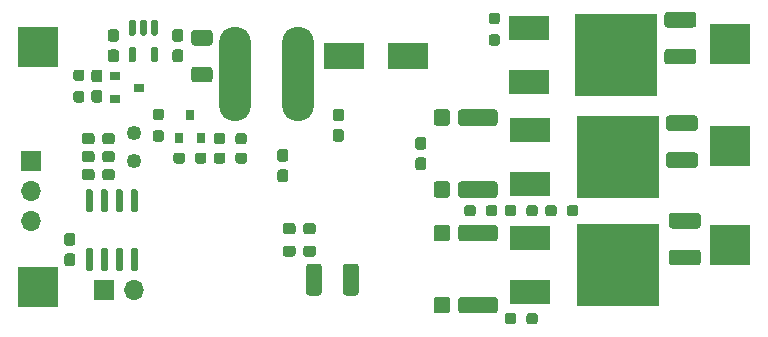
<source format=gbs>
G04 #@! TF.GenerationSoftware,KiCad,Pcbnew,5.1.10-1.fc32*
G04 #@! TF.CreationDate,2021-08-09T17:43:32+02:00*
G04 #@! TF.ProjectId,esc_brushless,6573635f-6272-4757-9368-6c6573732e6b,rev?*
G04 #@! TF.SameCoordinates,Original*
G04 #@! TF.FileFunction,Soldermask,Bot*
G04 #@! TF.FilePolarity,Negative*
%FSLAX46Y46*%
G04 Gerber Fmt 4.6, Leading zero omitted, Abs format (unit mm)*
G04 Created by KiCad (PCBNEW 5.1.10-1.fc32) date 2021-08-09 17:43:32*
%MOMM*%
%LPD*%
G01*
G04 APERTURE LIST*
%ADD10R,3.500000X2.300000*%
%ADD11R,3.400000X3.400000*%
%ADD12R,1.700000X1.700000*%
%ADD13O,1.700000X1.700000*%
%ADD14O,2.700000X8.000000*%
%ADD15R,7.000000X7.000000*%
%ADD16R,3.500000X2.000000*%
%ADD17R,0.800000X0.900000*%
%ADD18R,0.900000X0.800000*%
%ADD19O,1.250000X1.250000*%
G04 APERTURE END LIST*
G36*
G01*
X224425500Y-103502000D02*
X224900500Y-103502000D01*
G75*
G02*
X225138000Y-103739500I0J-237500D01*
G01*
X225138000Y-104339500D01*
G75*
G02*
X224900500Y-104577000I-237500J0D01*
G01*
X224425500Y-104577000D01*
G75*
G02*
X224188000Y-104339500I0J237500D01*
G01*
X224188000Y-103739500D01*
G75*
G02*
X224425500Y-103502000I237500J0D01*
G01*
G37*
G36*
G01*
X224425500Y-105227000D02*
X224900500Y-105227000D01*
G75*
G02*
X225138000Y-105464500I0J-237500D01*
G01*
X225138000Y-106064500D01*
G75*
G02*
X224900500Y-106302000I-237500J0D01*
G01*
X224425500Y-106302000D01*
G75*
G02*
X224188000Y-106064500I0J237500D01*
G01*
X224188000Y-105464500D01*
G75*
G02*
X224425500Y-105227000I237500J0D01*
G01*
G37*
G36*
G01*
X248115002Y-111241000D02*
X245914998Y-111241000D01*
G75*
G02*
X245665000Y-110991002I0J249998D01*
G01*
X245665000Y-110165998D01*
G75*
G02*
X245914998Y-109916000I249998J0D01*
G01*
X248115002Y-109916000D01*
G75*
G02*
X248365000Y-110165998I0J-249998D01*
G01*
X248365000Y-110991002D01*
G75*
G02*
X248115002Y-111241000I-249998J0D01*
G01*
G37*
G36*
G01*
X248115002Y-114366000D02*
X245914998Y-114366000D01*
G75*
G02*
X245665000Y-114116002I0J249998D01*
G01*
X245665000Y-113290998D01*
G75*
G02*
X245914998Y-113041000I249998J0D01*
G01*
X248115002Y-113041000D01*
G75*
G02*
X248365000Y-113290998I0J-249998D01*
G01*
X248365000Y-114116002D01*
G75*
G02*
X248115002Y-114366000I-249998J0D01*
G01*
G37*
G36*
G01*
X247861002Y-106111000D02*
X245660998Y-106111000D01*
G75*
G02*
X245411000Y-105861002I0J249998D01*
G01*
X245411000Y-105035998D01*
G75*
G02*
X245660998Y-104786000I249998J0D01*
G01*
X247861002Y-104786000D01*
G75*
G02*
X248111000Y-105035998I0J-249998D01*
G01*
X248111000Y-105861002D01*
G75*
G02*
X247861002Y-106111000I-249998J0D01*
G01*
G37*
G36*
G01*
X247861002Y-102986000D02*
X245660998Y-102986000D01*
G75*
G02*
X245411000Y-102736002I0J249998D01*
G01*
X245411000Y-101910998D01*
G75*
G02*
X245660998Y-101661000I249998J0D01*
G01*
X247861002Y-101661000D01*
G75*
G02*
X248111000Y-101910998I0J-249998D01*
G01*
X248111000Y-102736002D01*
G75*
G02*
X247861002Y-102986000I-249998J0D01*
G01*
G37*
G36*
G01*
X247734002Y-94223000D02*
X245533998Y-94223000D01*
G75*
G02*
X245284000Y-93973002I0J249998D01*
G01*
X245284000Y-93147998D01*
G75*
G02*
X245533998Y-92898000I249998J0D01*
G01*
X247734002Y-92898000D01*
G75*
G02*
X247984000Y-93147998I0J-249998D01*
G01*
X247984000Y-93973002D01*
G75*
G02*
X247734002Y-94223000I-249998J0D01*
G01*
G37*
G36*
G01*
X247734002Y-97348000D02*
X245533998Y-97348000D01*
G75*
G02*
X245284000Y-97098002I0J249998D01*
G01*
X245284000Y-96272998D01*
G75*
G02*
X245533998Y-96023000I249998J0D01*
G01*
X247734002Y-96023000D01*
G75*
G02*
X247984000Y-96272998I0J-249998D01*
G01*
X247984000Y-97098002D01*
G75*
G02*
X247734002Y-97348000I-249998J0D01*
G01*
G37*
G36*
G01*
X219395000Y-114469998D02*
X219395000Y-116670002D01*
G75*
G02*
X219145002Y-116920000I-249998J0D01*
G01*
X218319998Y-116920000D01*
G75*
G02*
X218070000Y-116670002I0J249998D01*
G01*
X218070000Y-114469998D01*
G75*
G02*
X218319998Y-114220000I249998J0D01*
G01*
X219145002Y-114220000D01*
G75*
G02*
X219395000Y-114469998I0J-249998D01*
G01*
G37*
G36*
G01*
X216270000Y-114469998D02*
X216270000Y-116670002D01*
G75*
G02*
X216020002Y-116920000I-249998J0D01*
G01*
X215194998Y-116920000D01*
G75*
G02*
X214945000Y-116670002I0J249998D01*
G01*
X214945000Y-114469998D01*
G75*
G02*
X215194998Y-114220000I249998J0D01*
G01*
X216020002Y-114220000D01*
G75*
G02*
X216270000Y-114469998I0J-249998D01*
G01*
G37*
G36*
G01*
X215776000Y-111014500D02*
X215776000Y-111489500D01*
G75*
G02*
X215538500Y-111727000I-237500J0D01*
G01*
X214938500Y-111727000D01*
G75*
G02*
X214701000Y-111489500I0J237500D01*
G01*
X214701000Y-111014500D01*
G75*
G02*
X214938500Y-110777000I237500J0D01*
G01*
X215538500Y-110777000D01*
G75*
G02*
X215776000Y-111014500I0J-237500D01*
G01*
G37*
G36*
G01*
X214051000Y-111014500D02*
X214051000Y-111489500D01*
G75*
G02*
X213813500Y-111727000I-237500J0D01*
G01*
X213213500Y-111727000D01*
G75*
G02*
X212976000Y-111489500I0J237500D01*
G01*
X212976000Y-111014500D01*
G75*
G02*
X213213500Y-110777000I237500J0D01*
G01*
X213813500Y-110777000D01*
G75*
G02*
X214051000Y-111014500I0J-237500D01*
G01*
G37*
G36*
G01*
X215776000Y-112919500D02*
X215776000Y-113394500D01*
G75*
G02*
X215538500Y-113632000I-237500J0D01*
G01*
X214938500Y-113632000D01*
G75*
G02*
X214701000Y-113394500I0J237500D01*
G01*
X214701000Y-112919500D01*
G75*
G02*
X214938500Y-112682000I237500J0D01*
G01*
X215538500Y-112682000D01*
G75*
G02*
X215776000Y-112919500I0J-237500D01*
G01*
G37*
G36*
G01*
X214051000Y-112919500D02*
X214051000Y-113394500D01*
G75*
G02*
X213813500Y-113632000I-237500J0D01*
G01*
X213213500Y-113632000D01*
G75*
G02*
X212976000Y-113394500I0J237500D01*
G01*
X212976000Y-112919500D01*
G75*
G02*
X213213500Y-112682000I237500J0D01*
G01*
X213813500Y-112682000D01*
G75*
G02*
X214051000Y-112919500I0J-237500D01*
G01*
G37*
G36*
G01*
X217915500Y-103889000D02*
X217440500Y-103889000D01*
G75*
G02*
X217203000Y-103651500I0J237500D01*
G01*
X217203000Y-103051500D01*
G75*
G02*
X217440500Y-102814000I237500J0D01*
G01*
X217915500Y-102814000D01*
G75*
G02*
X218153000Y-103051500I0J-237500D01*
G01*
X218153000Y-103651500D01*
G75*
G02*
X217915500Y-103889000I-237500J0D01*
G01*
G37*
G36*
G01*
X217915500Y-102164000D02*
X217440500Y-102164000D01*
G75*
G02*
X217203000Y-101926500I0J237500D01*
G01*
X217203000Y-101326500D01*
G75*
G02*
X217440500Y-101089000I237500J0D01*
G01*
X217915500Y-101089000D01*
G75*
G02*
X218153000Y-101326500I0J-237500D01*
G01*
X218153000Y-101926500D01*
G75*
G02*
X217915500Y-102164000I-237500J0D01*
G01*
G37*
G36*
G01*
X212741500Y-106243000D02*
X213216500Y-106243000D01*
G75*
G02*
X213454000Y-106480500I0J-237500D01*
G01*
X213454000Y-107080500D01*
G75*
G02*
X213216500Y-107318000I-237500J0D01*
G01*
X212741500Y-107318000D01*
G75*
G02*
X212504000Y-107080500I0J237500D01*
G01*
X212504000Y-106480500D01*
G75*
G02*
X212741500Y-106243000I237500J0D01*
G01*
G37*
G36*
G01*
X212741500Y-104518000D02*
X213216500Y-104518000D01*
G75*
G02*
X213454000Y-104755500I0J-237500D01*
G01*
X213454000Y-105355500D01*
G75*
G02*
X213216500Y-105593000I-237500J0D01*
G01*
X212741500Y-105593000D01*
G75*
G02*
X212504000Y-105355500I0J237500D01*
G01*
X212504000Y-104755500D01*
G75*
G02*
X212741500Y-104518000I237500J0D01*
G01*
G37*
G36*
G01*
X206771002Y-98872000D02*
X205470998Y-98872000D01*
G75*
G02*
X205221000Y-98622002I0J249998D01*
G01*
X205221000Y-97796998D01*
G75*
G02*
X205470998Y-97547000I249998J0D01*
G01*
X206771002Y-97547000D01*
G75*
G02*
X207021000Y-97796998I0J-249998D01*
G01*
X207021000Y-98622002D01*
G75*
G02*
X206771002Y-98872000I-249998J0D01*
G01*
G37*
G36*
G01*
X206771002Y-95747000D02*
X205470998Y-95747000D01*
G75*
G02*
X205221000Y-95497002I0J249998D01*
G01*
X205221000Y-94671998D01*
G75*
G02*
X205470998Y-94422000I249998J0D01*
G01*
X206771002Y-94422000D01*
G75*
G02*
X207021000Y-94671998I0J-249998D01*
G01*
X207021000Y-95497002D01*
G75*
G02*
X206771002Y-95747000I-249998J0D01*
G01*
G37*
G36*
G01*
X197683000Y-103869500D02*
X197683000Y-103394500D01*
G75*
G02*
X197920500Y-103157000I237500J0D01*
G01*
X198520500Y-103157000D01*
G75*
G02*
X198758000Y-103394500I0J-237500D01*
G01*
X198758000Y-103869500D01*
G75*
G02*
X198520500Y-104107000I-237500J0D01*
G01*
X197920500Y-104107000D01*
G75*
G02*
X197683000Y-103869500I0J237500D01*
G01*
G37*
G36*
G01*
X195958000Y-103869500D02*
X195958000Y-103394500D01*
G75*
G02*
X196195500Y-103157000I237500J0D01*
G01*
X196795500Y-103157000D01*
G75*
G02*
X197033000Y-103394500I0J-237500D01*
G01*
X197033000Y-103869500D01*
G75*
G02*
X196795500Y-104107000I-237500J0D01*
G01*
X196195500Y-104107000D01*
G75*
G02*
X195958000Y-103869500I0J237500D01*
G01*
G37*
G36*
G01*
X195958000Y-106917500D02*
X195958000Y-106442500D01*
G75*
G02*
X196195500Y-106205000I237500J0D01*
G01*
X196795500Y-106205000D01*
G75*
G02*
X197033000Y-106442500I0J-237500D01*
G01*
X197033000Y-106917500D01*
G75*
G02*
X196795500Y-107155000I-237500J0D01*
G01*
X196195500Y-107155000D01*
G75*
G02*
X195958000Y-106917500I0J237500D01*
G01*
G37*
G36*
G01*
X197683000Y-106917500D02*
X197683000Y-106442500D01*
G75*
G02*
X197920500Y-106205000I237500J0D01*
G01*
X198520500Y-106205000D01*
G75*
G02*
X198758000Y-106442500I0J-237500D01*
G01*
X198758000Y-106917500D01*
G75*
G02*
X198520500Y-107155000I-237500J0D01*
G01*
X197920500Y-107155000D01*
G75*
G02*
X197683000Y-106917500I0J237500D01*
G01*
G37*
G36*
G01*
X197683000Y-105393500D02*
X197683000Y-104918500D01*
G75*
G02*
X197920500Y-104681000I237500J0D01*
G01*
X198520500Y-104681000D01*
G75*
G02*
X198758000Y-104918500I0J-237500D01*
G01*
X198758000Y-105393500D01*
G75*
G02*
X198520500Y-105631000I-237500J0D01*
G01*
X197920500Y-105631000D01*
G75*
G02*
X197683000Y-105393500I0J237500D01*
G01*
G37*
G36*
G01*
X195958000Y-105393500D02*
X195958000Y-104918500D01*
G75*
G02*
X196195500Y-104681000I237500J0D01*
G01*
X196795500Y-104681000D01*
G75*
G02*
X197033000Y-104918500I0J-237500D01*
G01*
X197033000Y-105393500D01*
G75*
G02*
X196795500Y-105631000I-237500J0D01*
G01*
X196195500Y-105631000D01*
G75*
G02*
X195958000Y-105393500I0J237500D01*
G01*
G37*
G36*
G01*
X196993500Y-99512000D02*
X197468500Y-99512000D01*
G75*
G02*
X197706000Y-99749500I0J-237500D01*
G01*
X197706000Y-100349500D01*
G75*
G02*
X197468500Y-100587000I-237500J0D01*
G01*
X196993500Y-100587000D01*
G75*
G02*
X196756000Y-100349500I0J237500D01*
G01*
X196756000Y-99749500D01*
G75*
G02*
X196993500Y-99512000I237500J0D01*
G01*
G37*
G36*
G01*
X196993500Y-97787000D02*
X197468500Y-97787000D01*
G75*
G02*
X197706000Y-98024500I0J-237500D01*
G01*
X197706000Y-98624500D01*
G75*
G02*
X197468500Y-98862000I-237500J0D01*
G01*
X196993500Y-98862000D01*
G75*
G02*
X196756000Y-98624500I0J237500D01*
G01*
X196756000Y-98024500D01*
G75*
G02*
X196993500Y-97787000I237500J0D01*
G01*
G37*
G36*
G01*
X204326500Y-95433000D02*
X203851500Y-95433000D01*
G75*
G02*
X203614000Y-95195500I0J237500D01*
G01*
X203614000Y-94595500D01*
G75*
G02*
X203851500Y-94358000I237500J0D01*
G01*
X204326500Y-94358000D01*
G75*
G02*
X204564000Y-94595500I0J-237500D01*
G01*
X204564000Y-95195500D01*
G75*
G02*
X204326500Y-95433000I-237500J0D01*
G01*
G37*
G36*
G01*
X204326500Y-97158000D02*
X203851500Y-97158000D01*
G75*
G02*
X203614000Y-96920500I0J237500D01*
G01*
X203614000Y-96320500D01*
G75*
G02*
X203851500Y-96083000I237500J0D01*
G01*
X204326500Y-96083000D01*
G75*
G02*
X204564000Y-96320500I0J-237500D01*
G01*
X204564000Y-96920500D01*
G75*
G02*
X204326500Y-97158000I-237500J0D01*
G01*
G37*
G36*
G01*
X198865500Y-97158000D02*
X198390500Y-97158000D01*
G75*
G02*
X198153000Y-96920500I0J237500D01*
G01*
X198153000Y-96320500D01*
G75*
G02*
X198390500Y-96083000I237500J0D01*
G01*
X198865500Y-96083000D01*
G75*
G02*
X199103000Y-96320500I0J-237500D01*
G01*
X199103000Y-96920500D01*
G75*
G02*
X198865500Y-97158000I-237500J0D01*
G01*
G37*
G36*
G01*
X198865500Y-95433000D02*
X198390500Y-95433000D01*
G75*
G02*
X198153000Y-95195500I0J237500D01*
G01*
X198153000Y-94595500D01*
G75*
G02*
X198390500Y-94358000I237500J0D01*
G01*
X198865500Y-94358000D01*
G75*
G02*
X199103000Y-94595500I0J-237500D01*
G01*
X199103000Y-95195500D01*
G75*
G02*
X198865500Y-95433000I-237500J0D01*
G01*
G37*
G36*
G01*
X195182500Y-112705000D02*
X194707500Y-112705000D01*
G75*
G02*
X194470000Y-112467500I0J237500D01*
G01*
X194470000Y-111867500D01*
G75*
G02*
X194707500Y-111630000I237500J0D01*
G01*
X195182500Y-111630000D01*
G75*
G02*
X195420000Y-111867500I0J-237500D01*
G01*
X195420000Y-112467500D01*
G75*
G02*
X195182500Y-112705000I-237500J0D01*
G01*
G37*
G36*
G01*
X195182500Y-114430000D02*
X194707500Y-114430000D01*
G75*
G02*
X194470000Y-114192500I0J237500D01*
G01*
X194470000Y-113592500D01*
G75*
G02*
X194707500Y-113355000I237500J0D01*
G01*
X195182500Y-113355000D01*
G75*
G02*
X195420000Y-113592500I0J-237500D01*
G01*
X195420000Y-114192500D01*
G75*
G02*
X195182500Y-114430000I-237500J0D01*
G01*
G37*
D10*
X218153000Y-96647000D03*
X223553000Y-96647000D03*
D11*
X192278000Y-95885000D03*
X192278000Y-116205000D03*
D12*
X191643000Y-105537000D03*
D13*
X191643000Y-108077000D03*
X191643000Y-110617000D03*
D12*
X197866000Y-116459000D03*
D13*
X200406000Y-116459000D03*
D11*
X250825000Y-112649000D03*
X250825000Y-104267000D03*
X250825000Y-95631000D03*
D14*
X214232000Y-98171000D03*
X208932000Y-98171000D03*
D15*
X241331000Y-114300000D03*
D16*
X233931000Y-112020000D03*
X233931000Y-116600000D03*
X233931000Y-107456000D03*
X233931000Y-102876000D03*
D15*
X241331000Y-105156000D03*
D16*
X233804000Y-98820000D03*
X233804000Y-94240000D03*
D15*
X241204000Y-96520000D03*
D17*
X206055000Y-103616000D03*
X204155000Y-103616000D03*
X205105000Y-101616000D03*
D18*
X200771000Y-99314000D03*
X198771000Y-98364000D03*
X198771000Y-100264000D03*
G36*
G01*
X231143000Y-109490500D02*
X231143000Y-109965500D01*
G75*
G02*
X230905500Y-110203000I-237500J0D01*
G01*
X230405500Y-110203000D01*
G75*
G02*
X230168000Y-109965500I0J237500D01*
G01*
X230168000Y-109490500D01*
G75*
G02*
X230405500Y-109253000I237500J0D01*
G01*
X230905500Y-109253000D01*
G75*
G02*
X231143000Y-109490500I0J-237500D01*
G01*
G37*
G36*
G01*
X229318000Y-109490500D02*
X229318000Y-109965500D01*
G75*
G02*
X229080500Y-110203000I-237500J0D01*
G01*
X228580500Y-110203000D01*
G75*
G02*
X228343000Y-109965500I0J237500D01*
G01*
X228343000Y-109490500D01*
G75*
G02*
X228580500Y-109253000I237500J0D01*
G01*
X229080500Y-109253000D01*
G75*
G02*
X229318000Y-109490500I0J-237500D01*
G01*
G37*
G36*
G01*
X233597000Y-109965500D02*
X233597000Y-109490500D01*
G75*
G02*
X233834500Y-109253000I237500J0D01*
G01*
X234334500Y-109253000D01*
G75*
G02*
X234572000Y-109490500I0J-237500D01*
G01*
X234572000Y-109965500D01*
G75*
G02*
X234334500Y-110203000I-237500J0D01*
G01*
X233834500Y-110203000D01*
G75*
G02*
X233597000Y-109965500I0J237500D01*
G01*
G37*
G36*
G01*
X231772000Y-109965500D02*
X231772000Y-109490500D01*
G75*
G02*
X232009500Y-109253000I237500J0D01*
G01*
X232509500Y-109253000D01*
G75*
G02*
X232747000Y-109490500I0J-237500D01*
G01*
X232747000Y-109965500D01*
G75*
G02*
X232509500Y-110203000I-237500J0D01*
G01*
X232009500Y-110203000D01*
G75*
G02*
X231772000Y-109965500I0J237500D01*
G01*
G37*
G36*
G01*
X234572000Y-118634500D02*
X234572000Y-119109500D01*
G75*
G02*
X234334500Y-119347000I-237500J0D01*
G01*
X233834500Y-119347000D01*
G75*
G02*
X233597000Y-119109500I0J237500D01*
G01*
X233597000Y-118634500D01*
G75*
G02*
X233834500Y-118397000I237500J0D01*
G01*
X234334500Y-118397000D01*
G75*
G02*
X234572000Y-118634500I0J-237500D01*
G01*
G37*
G36*
G01*
X232747000Y-118634500D02*
X232747000Y-119109500D01*
G75*
G02*
X232509500Y-119347000I-237500J0D01*
G01*
X232009500Y-119347000D01*
G75*
G02*
X231772000Y-119109500I0J237500D01*
G01*
X231772000Y-118634500D01*
G75*
G02*
X232009500Y-118397000I237500J0D01*
G01*
X232509500Y-118397000D01*
G75*
G02*
X232747000Y-118634500I0J-237500D01*
G01*
G37*
G36*
G01*
X236176000Y-109490500D02*
X236176000Y-109965500D01*
G75*
G02*
X235938500Y-110203000I-237500J0D01*
G01*
X235438500Y-110203000D01*
G75*
G02*
X235201000Y-109965500I0J237500D01*
G01*
X235201000Y-109490500D01*
G75*
G02*
X235438500Y-109253000I237500J0D01*
G01*
X235938500Y-109253000D01*
G75*
G02*
X236176000Y-109490500I0J-237500D01*
G01*
G37*
G36*
G01*
X238001000Y-109490500D02*
X238001000Y-109965500D01*
G75*
G02*
X237763500Y-110203000I-237500J0D01*
G01*
X237263500Y-110203000D01*
G75*
G02*
X237026000Y-109965500I0J237500D01*
G01*
X237026000Y-109490500D01*
G75*
G02*
X237263500Y-109253000I237500J0D01*
G01*
X237763500Y-109253000D01*
G75*
G02*
X238001000Y-109490500I0J-237500D01*
G01*
G37*
G36*
G01*
X231123500Y-95761000D02*
X230648500Y-95761000D01*
G75*
G02*
X230411000Y-95523500I0J237500D01*
G01*
X230411000Y-95023500D01*
G75*
G02*
X230648500Y-94786000I237500J0D01*
G01*
X231123500Y-94786000D01*
G75*
G02*
X231361000Y-95023500I0J-237500D01*
G01*
X231361000Y-95523500D01*
G75*
G02*
X231123500Y-95761000I-237500J0D01*
G01*
G37*
G36*
G01*
X231123500Y-93936000D02*
X230648500Y-93936000D01*
G75*
G02*
X230411000Y-93698500I0J237500D01*
G01*
X230411000Y-93198500D01*
G75*
G02*
X230648500Y-92961000I237500J0D01*
G01*
X231123500Y-92961000D01*
G75*
G02*
X231361000Y-93198500I0J-237500D01*
G01*
X231361000Y-93698500D01*
G75*
G02*
X231123500Y-93936000I-237500J0D01*
G01*
G37*
G36*
G01*
X208959000Y-103869500D02*
X208959000Y-103394500D01*
G75*
G02*
X209196500Y-103157000I237500J0D01*
G01*
X209696500Y-103157000D01*
G75*
G02*
X209934000Y-103394500I0J-237500D01*
G01*
X209934000Y-103869500D01*
G75*
G02*
X209696500Y-104107000I-237500J0D01*
G01*
X209196500Y-104107000D01*
G75*
G02*
X208959000Y-103869500I0J237500D01*
G01*
G37*
G36*
G01*
X207134000Y-103869500D02*
X207134000Y-103394500D01*
G75*
G02*
X207371500Y-103157000I237500J0D01*
G01*
X207871500Y-103157000D01*
G75*
G02*
X208109000Y-103394500I0J-237500D01*
G01*
X208109000Y-103869500D01*
G75*
G02*
X207871500Y-104107000I-237500J0D01*
G01*
X207371500Y-104107000D01*
G75*
G02*
X207134000Y-103869500I0J237500D01*
G01*
G37*
G36*
G01*
X202200500Y-102914000D02*
X202675500Y-102914000D01*
G75*
G02*
X202913000Y-103151500I0J-237500D01*
G01*
X202913000Y-103651500D01*
G75*
G02*
X202675500Y-103889000I-237500J0D01*
G01*
X202200500Y-103889000D01*
G75*
G02*
X201963000Y-103651500I0J237500D01*
G01*
X201963000Y-103151500D01*
G75*
G02*
X202200500Y-102914000I237500J0D01*
G01*
G37*
G36*
G01*
X202200500Y-101089000D02*
X202675500Y-101089000D01*
G75*
G02*
X202913000Y-101326500I0J-237500D01*
G01*
X202913000Y-101826500D01*
G75*
G02*
X202675500Y-102064000I-237500J0D01*
G01*
X202200500Y-102064000D01*
G75*
G02*
X201963000Y-101826500I0J237500D01*
G01*
X201963000Y-101326500D01*
G75*
G02*
X202200500Y-101089000I237500J0D01*
G01*
G37*
G36*
G01*
X206505000Y-105045500D02*
X206505000Y-105520500D01*
G75*
G02*
X206267500Y-105758000I-237500J0D01*
G01*
X205767500Y-105758000D01*
G75*
G02*
X205530000Y-105520500I0J237500D01*
G01*
X205530000Y-105045500D01*
G75*
G02*
X205767500Y-104808000I237500J0D01*
G01*
X206267500Y-104808000D01*
G75*
G02*
X206505000Y-105045500I0J-237500D01*
G01*
G37*
G36*
G01*
X204680000Y-105045500D02*
X204680000Y-105520500D01*
G75*
G02*
X204442500Y-105758000I-237500J0D01*
G01*
X203942500Y-105758000D01*
G75*
G02*
X203705000Y-105520500I0J237500D01*
G01*
X203705000Y-105045500D01*
G75*
G02*
X203942500Y-104808000I237500J0D01*
G01*
X204442500Y-104808000D01*
G75*
G02*
X204680000Y-105045500I0J-237500D01*
G01*
G37*
G36*
G01*
X208959000Y-105520500D02*
X208959000Y-105045500D01*
G75*
G02*
X209196500Y-104808000I237500J0D01*
G01*
X209696500Y-104808000D01*
G75*
G02*
X209934000Y-105045500I0J-237500D01*
G01*
X209934000Y-105520500D01*
G75*
G02*
X209696500Y-105758000I-237500J0D01*
G01*
X209196500Y-105758000D01*
G75*
G02*
X208959000Y-105520500I0J237500D01*
G01*
G37*
G36*
G01*
X207134000Y-105520500D02*
X207134000Y-105045500D01*
G75*
G02*
X207371500Y-104808000I237500J0D01*
G01*
X207871500Y-104808000D01*
G75*
G02*
X208109000Y-105045500I0J-237500D01*
G01*
X208109000Y-105520500D01*
G75*
G02*
X207871500Y-105758000I-237500J0D01*
G01*
X207371500Y-105758000D01*
G75*
G02*
X207134000Y-105520500I0J237500D01*
G01*
G37*
G36*
G01*
X195469500Y-99612000D02*
X195944500Y-99612000D01*
G75*
G02*
X196182000Y-99849500I0J-237500D01*
G01*
X196182000Y-100349500D01*
G75*
G02*
X195944500Y-100587000I-237500J0D01*
G01*
X195469500Y-100587000D01*
G75*
G02*
X195232000Y-100349500I0J237500D01*
G01*
X195232000Y-99849500D01*
G75*
G02*
X195469500Y-99612000I237500J0D01*
G01*
G37*
G36*
G01*
X195469500Y-97787000D02*
X195944500Y-97787000D01*
G75*
G02*
X196182000Y-98024500I0J-237500D01*
G01*
X196182000Y-98524500D01*
G75*
G02*
X195944500Y-98762000I-237500J0D01*
G01*
X195469500Y-98762000D01*
G75*
G02*
X195232000Y-98524500I0J237500D01*
G01*
X195232000Y-98024500D01*
G75*
G02*
X195469500Y-97787000I237500J0D01*
G01*
G37*
D19*
X200406000Y-105537000D03*
X200406000Y-103124000D03*
G36*
G01*
X200068000Y-93577000D02*
X200368000Y-93577000D01*
G75*
G02*
X200518000Y-93727000I0J-150000D01*
G01*
X200518000Y-94752000D01*
G75*
G02*
X200368000Y-94902000I-150000J0D01*
G01*
X200068000Y-94902000D01*
G75*
G02*
X199918000Y-94752000I0J150000D01*
G01*
X199918000Y-93727000D01*
G75*
G02*
X200068000Y-93577000I150000J0D01*
G01*
G37*
G36*
G01*
X201018000Y-93577000D02*
X201318000Y-93577000D01*
G75*
G02*
X201468000Y-93727000I0J-150000D01*
G01*
X201468000Y-94752000D01*
G75*
G02*
X201318000Y-94902000I-150000J0D01*
G01*
X201018000Y-94902000D01*
G75*
G02*
X200868000Y-94752000I0J150000D01*
G01*
X200868000Y-93727000D01*
G75*
G02*
X201018000Y-93577000I150000J0D01*
G01*
G37*
G36*
G01*
X201968000Y-93577000D02*
X202268000Y-93577000D01*
G75*
G02*
X202418000Y-93727000I0J-150000D01*
G01*
X202418000Y-94752000D01*
G75*
G02*
X202268000Y-94902000I-150000J0D01*
G01*
X201968000Y-94902000D01*
G75*
G02*
X201818000Y-94752000I0J150000D01*
G01*
X201818000Y-93727000D01*
G75*
G02*
X201968000Y-93577000I150000J0D01*
G01*
G37*
G36*
G01*
X201968000Y-95852000D02*
X202268000Y-95852000D01*
G75*
G02*
X202418000Y-96002000I0J-150000D01*
G01*
X202418000Y-97027000D01*
G75*
G02*
X202268000Y-97177000I-150000J0D01*
G01*
X201968000Y-97177000D01*
G75*
G02*
X201818000Y-97027000I0J150000D01*
G01*
X201818000Y-96002000D01*
G75*
G02*
X201968000Y-95852000I150000J0D01*
G01*
G37*
G36*
G01*
X200068000Y-95852000D02*
X200368000Y-95852000D01*
G75*
G02*
X200518000Y-96002000I0J-150000D01*
G01*
X200518000Y-97027000D01*
G75*
G02*
X200368000Y-97177000I-150000J0D01*
G01*
X200068000Y-97177000D01*
G75*
G02*
X199918000Y-97027000I0J150000D01*
G01*
X199918000Y-96002000D01*
G75*
G02*
X200068000Y-95852000I150000J0D01*
G01*
G37*
G36*
G01*
X196446000Y-107929000D02*
X196746000Y-107929000D01*
G75*
G02*
X196896000Y-108079000I0J-150000D01*
G01*
X196896000Y-109729000D01*
G75*
G02*
X196746000Y-109879000I-150000J0D01*
G01*
X196446000Y-109879000D01*
G75*
G02*
X196296000Y-109729000I0J150000D01*
G01*
X196296000Y-108079000D01*
G75*
G02*
X196446000Y-107929000I150000J0D01*
G01*
G37*
G36*
G01*
X197716000Y-107929000D02*
X198016000Y-107929000D01*
G75*
G02*
X198166000Y-108079000I0J-150000D01*
G01*
X198166000Y-109729000D01*
G75*
G02*
X198016000Y-109879000I-150000J0D01*
G01*
X197716000Y-109879000D01*
G75*
G02*
X197566000Y-109729000I0J150000D01*
G01*
X197566000Y-108079000D01*
G75*
G02*
X197716000Y-107929000I150000J0D01*
G01*
G37*
G36*
G01*
X198986000Y-107929000D02*
X199286000Y-107929000D01*
G75*
G02*
X199436000Y-108079000I0J-150000D01*
G01*
X199436000Y-109729000D01*
G75*
G02*
X199286000Y-109879000I-150000J0D01*
G01*
X198986000Y-109879000D01*
G75*
G02*
X198836000Y-109729000I0J150000D01*
G01*
X198836000Y-108079000D01*
G75*
G02*
X198986000Y-107929000I150000J0D01*
G01*
G37*
G36*
G01*
X200256000Y-107929000D02*
X200556000Y-107929000D01*
G75*
G02*
X200706000Y-108079000I0J-150000D01*
G01*
X200706000Y-109729000D01*
G75*
G02*
X200556000Y-109879000I-150000J0D01*
G01*
X200256000Y-109879000D01*
G75*
G02*
X200106000Y-109729000I0J150000D01*
G01*
X200106000Y-108079000D01*
G75*
G02*
X200256000Y-107929000I150000J0D01*
G01*
G37*
G36*
G01*
X200256000Y-112879000D02*
X200556000Y-112879000D01*
G75*
G02*
X200706000Y-113029000I0J-150000D01*
G01*
X200706000Y-114679000D01*
G75*
G02*
X200556000Y-114829000I-150000J0D01*
G01*
X200256000Y-114829000D01*
G75*
G02*
X200106000Y-114679000I0J150000D01*
G01*
X200106000Y-113029000D01*
G75*
G02*
X200256000Y-112879000I150000J0D01*
G01*
G37*
G36*
G01*
X198986000Y-112879000D02*
X199286000Y-112879000D01*
G75*
G02*
X199436000Y-113029000I0J-150000D01*
G01*
X199436000Y-114679000D01*
G75*
G02*
X199286000Y-114829000I-150000J0D01*
G01*
X198986000Y-114829000D01*
G75*
G02*
X198836000Y-114679000I0J150000D01*
G01*
X198836000Y-113029000D01*
G75*
G02*
X198986000Y-112879000I150000J0D01*
G01*
G37*
G36*
G01*
X197716000Y-112879000D02*
X198016000Y-112879000D01*
G75*
G02*
X198166000Y-113029000I0J-150000D01*
G01*
X198166000Y-114679000D01*
G75*
G02*
X198016000Y-114829000I-150000J0D01*
G01*
X197716000Y-114829000D01*
G75*
G02*
X197566000Y-114679000I0J150000D01*
G01*
X197566000Y-113029000D01*
G75*
G02*
X197716000Y-112879000I150000J0D01*
G01*
G37*
G36*
G01*
X196446000Y-112879000D02*
X196746000Y-112879000D01*
G75*
G02*
X196896000Y-113029000I0J-150000D01*
G01*
X196896000Y-114679000D01*
G75*
G02*
X196746000Y-114829000I-150000J0D01*
G01*
X196446000Y-114829000D01*
G75*
G02*
X196296000Y-114679000I0J150000D01*
G01*
X196296000Y-113029000D01*
G75*
G02*
X196446000Y-112879000I150000J0D01*
G01*
G37*
G36*
G01*
X228063999Y-101152000D02*
X230914001Y-101152000D01*
G75*
G02*
X231164000Y-101401999I0J-249999D01*
G01*
X231164000Y-102302001D01*
G75*
G02*
X230914001Y-102552000I-249999J0D01*
G01*
X228063999Y-102552000D01*
G75*
G02*
X227814000Y-102302001I0J249999D01*
G01*
X227814000Y-101401999D01*
G75*
G02*
X228063999Y-101152000I249999J0D01*
G01*
G37*
G36*
G01*
X228063999Y-107252000D02*
X230914001Y-107252000D01*
G75*
G02*
X231164000Y-107501999I0J-249999D01*
G01*
X231164000Y-108402001D01*
G75*
G02*
X230914001Y-108652000I-249999J0D01*
G01*
X228063999Y-108652000D01*
G75*
G02*
X227814000Y-108402001I0J249999D01*
G01*
X227814000Y-107501999D01*
G75*
G02*
X228063999Y-107252000I249999J0D01*
G01*
G37*
G36*
G01*
X225991600Y-107250000D02*
X226890400Y-107250000D01*
G75*
G02*
X227141000Y-107500600I0J-250600D01*
G01*
X227141000Y-108399400D01*
G75*
G02*
X226890400Y-108650000I-250600J0D01*
G01*
X225991600Y-108650000D01*
G75*
G02*
X225741000Y-108399400I0J250600D01*
G01*
X225741000Y-107500600D01*
G75*
G02*
X225991600Y-107250000I250600J0D01*
G01*
G37*
G36*
G01*
X225991600Y-101154000D02*
X226890400Y-101154000D01*
G75*
G02*
X227141000Y-101404600I0J-250600D01*
G01*
X227141000Y-102303400D01*
G75*
G02*
X226890400Y-102554000I-250600J0D01*
G01*
X225991600Y-102554000D01*
G75*
G02*
X225741000Y-102303400I0J250600D01*
G01*
X225741000Y-101404600D01*
G75*
G02*
X225991600Y-101154000I250600J0D01*
G01*
G37*
G36*
G01*
X228063999Y-110931000D02*
X230914001Y-110931000D01*
G75*
G02*
X231164000Y-111180999I0J-249999D01*
G01*
X231164000Y-112081001D01*
G75*
G02*
X230914001Y-112331000I-249999J0D01*
G01*
X228063999Y-112331000D01*
G75*
G02*
X227814000Y-112081001I0J249999D01*
G01*
X227814000Y-111180999D01*
G75*
G02*
X228063999Y-110931000I249999J0D01*
G01*
G37*
G36*
G01*
X228063999Y-117031000D02*
X230914001Y-117031000D01*
G75*
G02*
X231164000Y-117280999I0J-249999D01*
G01*
X231164000Y-118181001D01*
G75*
G02*
X230914001Y-118431000I-249999J0D01*
G01*
X228063999Y-118431000D01*
G75*
G02*
X227814000Y-118181001I0J249999D01*
G01*
X227814000Y-117280999D01*
G75*
G02*
X228063999Y-117031000I249999J0D01*
G01*
G37*
G36*
G01*
X225991600Y-117029000D02*
X226890400Y-117029000D01*
G75*
G02*
X227141000Y-117279600I0J-250600D01*
G01*
X227141000Y-118178400D01*
G75*
G02*
X226890400Y-118429000I-250600J0D01*
G01*
X225991600Y-118429000D01*
G75*
G02*
X225741000Y-118178400I0J250600D01*
G01*
X225741000Y-117279600D01*
G75*
G02*
X225991600Y-117029000I250600J0D01*
G01*
G37*
G36*
G01*
X225991600Y-110933000D02*
X226890400Y-110933000D01*
G75*
G02*
X227141000Y-111183600I0J-250600D01*
G01*
X227141000Y-112082400D01*
G75*
G02*
X226890400Y-112333000I-250600J0D01*
G01*
X225991600Y-112333000D01*
G75*
G02*
X225741000Y-112082400I0J250600D01*
G01*
X225741000Y-111183600D01*
G75*
G02*
X225991600Y-110933000I250600J0D01*
G01*
G37*
M02*

</source>
